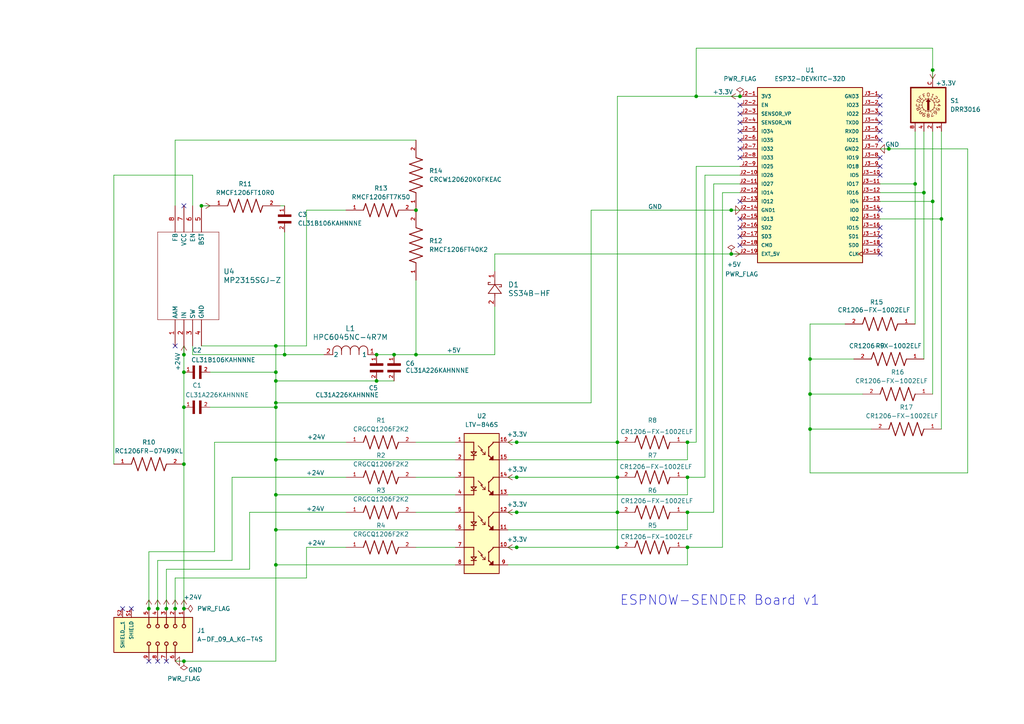
<source format=kicad_sch>
(kicad_sch (version 20250114) (generator "eeschema") (generator_version "9.0")
  (paper "A4")
  (lib_symbols
    (symbol "2025-03-04_06-48-30:MP2315SGJ-Z" (pin_names (offset 0.254))
      (property "Reference" "U" (at 20.32 10.16 0))
      (property "Value" "MP2315SGJ-Z" (at 20.32 7.62 0))
      (symbol "MP2315SGJ-Z_0_1"
        (pin unspecified line (at 0 0 0) (length 7.62) (name "AAM") (number "1"))
        (pin power_in line (at 0 -2.54 0) (length 7.62) (name "IN") (number "2"))
        (pin output line (at 0 -5.08 0) (length 7.62) (name "SW") (number "3"))
        (pin power_in line (at 0 -7.62 0) (length 7.62) (name "GND") (number "4"))
        (pin unspecified line (at 40.64 0 180) (length 7.62) (name "FB") (number "8"))
        (pin power_in line (at 40.64 -2.54 180) (length 7.62) (name "VCC") (number "7"))
        (pin unspecified line (at 40.64 -5.08 180) (length 7.62) (name "EN") (number "6"))
        (pin power_in line (at 40.64 -7.62 180) (length 7.62) (name "BST") (number "5"))
      )
    )
    (symbol "2025-03-06_05-32-12:HPC6045NC-4R7M" (pin_names (offset 0.254))
      (property "Reference" "L" (at 6.985 5.08 0))
      (property "Value" "HPC6045NC-4R7M" (at 6.985 -2.54 0))
      (symbol "HPC6045NC-4R7M_1_1"
        (pin unspecified line (at 0 0 0) (length 2.54) (name "2") (number "2"))
        (pin unspecified line (at 15.24 0 180) (length 2.54) (name "1") (number "1"))
      )
      (symbol "HPC6045NC-4R7M_1_2"
        (pin unspecified line (at 0 15.24 270) (length 2.54) (name "1") (number "1"))
        (pin unspecified line (at 0 0 90) (length 2.54) (name "2") (number "2"))
      )
    )
    (symbol "2025-03-08_07-44-24:SS34B-HF" (pin_names (offset 0.254))
      (property "Reference" "CR" (at 5.08 4.445 0))
      (property "Value" "SS34B-HF" (at 5.08 -3.81 0))
      (symbol "SS34B-HF_0_1"
        (pin unspecified line (at 0 0 0) (length 2.54) (name "") (number "2"))
        (pin unspecified line (at 10.16 0 180) (length 2.54) (name "") (number "1"))
      )
    )
    (symbol "A-DF_09_A_KG-T4S:A-DF_09_A_KG-T4S" (pin_names (offset 1.016))
      (property "Reference" "J" (at -5.08 10.795 0))
      (property "Value" "A-DF_09_A_KG-T4S" (at -5.08 -15.24 0))
      (symbol "A-DF_09_A_KG-T4S_0_0"
        (pin passive line (at -7.62 7.62 0) (length 2.54) (name "~") (number "1"))
        (pin passive line (at -7.62 5.08 0) (length 2.54) (name "~") (number "2"))
        (pin passive line (at -7.62 2.54 0) (length 2.54) (name "~") (number "3"))
        (pin passive line (at -7.62 0 0) (length 2.54) (name "~") (number "4"))
        (pin passive line (at -7.62 -2.54 0) (length 2.54) (name "~") (number "5"))
        (pin passive line (at -7.62 -7.62 0) (length 2.54) (name "SHIELD") (number "S1"))
        (pin passive line (at -7.62 -10.16 0) (length 2.54) (name "SHIELD__1") (number "S2"))
        (pin passive line (at 7.62 5.08 180) (length 2.54) (name "~") (number "6"))
        (pin passive line (at 7.62 2.54 180) (length 2.54) (name "~") (number "7"))
        (pin passive line (at 7.62 0 180) (length 2.54) (name "~") (number "8"))
        (pin passive line (at 7.62 -2.54 180) (length 2.54) (name "~") (number "9"))
      )
    )
    (symbol "CL31A226KAHNNNE:CL31A226KAHNNNE" (pin_names (offset 1.016))
      (property "Reference" "C" (at -2.54 2.54 0))
      (property "Value" "CL31A226KAHNNNE" (at -2.54 -5.08 0))
      (symbol "CL31A226KAHNNNE_0_0"
        (pin passive line (at -2.54 0 0) (length 2.54) (name "~") (number "1"))
        (pin passive line (at 5.08 0 180) (length 2.54) (name "~") (number "2"))
      )
    )
    (symbol "CL31B106KAHNNNE:CL31B106KAHNNNE" (pin_names (offset 1.016))
      (property "Reference" "C" (at 0 3.81 0))
      (property "Value" "CL31B106KAHNNNE" (at 0 -5.08 0))
      (symbol "CL31B106KAHNNNE_0_0"
        (pin passive line (at -2.54 0 0) (length 2.54) (name "~") (number "2"))
        (pin passive line (at 5.08 0 180) (length 2.54) (name "~") (number "1"))
      )
    )
    (symbol "CR1206-FX-1002ELF:CR1206-FX-1002ELF" (pin_names (offset 1.016))
      (property "Reference" "R" (at -7.6244 2.5415 0))
      (property "Value" "CR1206-FX-1002ELF" (at -7.63 -5.0866 0))
      (symbol "CR1206-FX-1002ELF_0_0"
        (pin passive line (at -10.16 0 0) (length 5.08) (name "~") (number "1"))
        (pin passive line (at 10.16 0 180) (length 5.08) (name "~") (number "2"))
      )
    )
    (symbol "CRCW120620K0FKEAC:CRCW120620K0FKEAC" (pin_names (offset 1.016))
      (property "Reference" "R" (at -7.6244 2.5415 0))
      (property "Value" "CRCW120620K0FKEAC" (at -7.63 -5.0866 0))
      (symbol "CRCW120620K0FKEAC_0_0"
        (pin passive line (at -10.16 0 0) (length 5.08) (name "~") (number "1"))
        (pin passive line (at 10.16 0 180) (length 5.08) (name "~") (number "2"))
      )
    )
    (symbol "CRGCQ1206F2K2:CRGCQ1206F2K2" (pin_names (offset 1.016))
      (property "Reference" "R" (at -7.6244 2.5415 0))
      (property "Value" "CRGCQ1206F2K2" (at -7.63 -5.0866 0))
      (symbol "CRGCQ1206F2K2_0_0"
        (pin passive line (at -10.16 0 0) (length 5.08) (name "~") (number "1"))
        (pin passive line (at 10.16 0 180) (length 5.08) (name "~") (number "2"))
      )
    )
    (symbol "DRR3016:DRR3016" (pin_names (offset 1.016))
      (property "Reference" "S" (at -4.4499 -5.0856 90))
      (property "Value" "DRR3016" (at 8.9007 -5.0861 90))
      (symbol "DRR3016_0_0"
        (pin passive line (at -2.54 7.62 270) (length 2.54) (name "~") (number "1"))
        (pin passive line (at 0 7.62 270) (length 2.54) (name "~") (number "2"))
        (pin passive line (at 0 -7.62 90) (length 2.54) (name "~") (number "C"))
        (pin passive line (at 2.54 7.62 270) (length 2.54) (name "~") (number "4"))
        (pin passive line (at 5.08 7.62 270) (length 2.54) (name "~") (number "8"))
      )
    )
    (symbol "ESP32-DEVKITC-32D:ESP32-DEVKITC-32D" (pin_names (offset 1.016))
      (property "Reference" "U" (at -15.2572 26.0643 0))
      (property "Value" "ESP32-DEVKITC-32D" (at -15.2563 -27.9698 0))
      (symbol "ESP32-DEVKITC-32D_0_0"
        (pin power_in line (at -20.32 22.86 0) (length 5.08) (name "3V3") (number "J2-1"))
        (pin input line (at -20.32 20.32 0) (length 5.08) (name "EN") (number "J2-2"))
        (pin input line (at -20.32 17.78 0) (length 5.08) (name "SENSOR_VP") (number "J2-3"))
        (pin input line (at -20.32 15.24 0) (length 5.08) (name "SENSOR_VN") (number "J2-4"))
        (pin bidirectional line (at -20.32 12.7 0) (length 5.08) (name "IO34") (number "J2-5"))
        (pin bidirectional line (at -20.32 10.16 0) (length 5.08) (name "IO35") (number "J2-6"))
        (pin bidirectional line (at -20.32 7.62 0) (length 5.08) (name "IO32") (number "J2-7"))
        (pin bidirectional line (at -20.32 5.08 0) (length 5.08) (name "IO33") (number "J2-8"))
        (pin bidirectional line (at -20.32 2.54 0) (length 5.08) (name "IO25") (number "J2-9"))
        (pin bidirectional line (at -20.32 0 0) (length 5.08) (name "IO26") (number "J2-10"))
        (pin bidirectional line (at -20.32 -2.54 0) (length 5.08) (name "IO27") (number "J2-11"))
        (pin bidirectional line (at -20.32 -5.08 0) (length 5.08) (name "IO14") (number "J2-12"))
        (pin bidirectional line (at -20.32 -7.62 0) (length 5.08) (name "IO12") (number "J2-13"))
        (pin power_in line (at -20.32 -10.16 0) (length 5.08) (name "GND1") (number "J2-14"))
        (pin bidirectional line (at -20.32 -12.7 0) (length 5.08) (name "IO13") (number "J2-15"))
        (pin bidirectional line (at -20.32 -15.24 0) (length 5.08) (name "SD2") (number "J2-16"))
        (pin bidirectional line (at -20.32 -17.78 0) (length 5.08) (name "SD3") (number "J2-17"))
        (pin bidirectional line (at -20.32 -20.32 0) (length 5.08) (name "CMD") (number "J2-18"))
        (pin power_in line (at -20.32 -22.86 0) (length 5.08) (name "EXT_5V") (number "J2-19"))
        (pin power_in line (at 20.32 22.86 180) (length 5.08) (name "GND3") (number "J3-1"))
        (pin bidirectional line (at 20.32 20.32 180) (length 5.08) (name "IO23") (number "J3-2"))
        (pin bidirectional line (at 20.32 17.78 180) (length 5.08) (name "IO22") (number "J3-3"))
        (pin output line (at 20.32 15.24 180) (length 5.08) (name "TXD0") (number "J3-4"))
        (pin input line (at 20.32 12.7 180) (length 5.08) (name "RXD0") (number "J3-5"))
        (pin bidirectional line (at 20.32 10.16 180) (length 5.08) (name "IO21") (number "J3-6"))
        (pin power_in line (at 20.32 7.62 180) (length 5.08) (name "GND2") (number "J3-7"))
        (pin bidirectional line (at 20.32 5.08 180) (length 5.08) (name "IO19") (number "J3-8"))
        (pin bidirectional line (at 20.32 2.54 180) (length 5.08) (name "IO18") (number "J3-9"))
        (pin bidirectional line (at 20.32 0 180) (length 5.08) (name "IO5") (number "J3-10"))
        (pin bidirectional line (at 20.32 -2.54 180) (length 5.08) (name "IO17") (number "J3-11"))
        (pin bidirectional line (at 20.32 -5.08 180) (length 5.08) (name "IO16") (number "J3-12"))
        (pin bidirectional line (at 20.32 -7.62 180) (length 5.08) (name "IO4") (number "J3-13"))
        (pin bidirectional line (at 20.32 -10.16 180) (length 5.08) (name "IO0") (number "J3-14"))
        (pin bidirectional line (at 20.32 -12.7 180) (length 5.08) (name "IO2") (number "J3-15"))
        (pin bidirectional line (at 20.32 -15.24 180) (length 5.08) (name "IO15") (number "J3-16"))
        (pin bidirectional line (at 20.32 -17.78 180) (length 5.08) (name "SD1") (number "J3-17"))
        (pin bidirectional line (at 20.32 -20.32 180) (length 5.08) (name "SD0") (number "J3-18"))
        (pin input clock (at 20.32 -22.86 180) (length 5.08) (name "CLK") (number "J3-19"))
      )
    )
    (symbol "LTV-846S:LTV-846S" (pin_names (offset 1.016))
      (property "Reference" "U" (at -5.08 21.082 0))
      (property "Value" "LTV-846S" (at -5.08 -22.86 0))
      (symbol "LTV-846S_0_0"
        (pin passive line (at -7.62 17.78 0) (length 2.54) (name "~") (number "1"))
        (pin passive line (at -7.62 12.7 0) (length 2.54) (name "~") (number "2"))
        (pin passive line (at -7.62 7.62 0) (length 2.54) (name "~") (number "3"))
        (pin passive line (at -7.62 2.54 0) (length 2.54) (name "~") (number "4"))
        (pin passive line (at -7.62 -2.54 0) (length 2.54) (name "~") (number "5"))
        (pin passive line (at -7.62 -7.62 0) (length 2.54) (name "~") (number "6"))
        (pin passive line (at -7.62 -12.7 0) (length 2.54) (name "~") (number "7"))
        (pin passive line (at -7.62 -17.78 0) (length 2.54) (name "~") (number "8"))
        (pin passive line (at 7.62 17.78 180) (length 2.54) (name "~") (number "16"))
        (pin passive line (at 7.62 12.7 180) (length 2.54) (name "~") (number "15"))
        (pin passive line (at 7.62 7.62 180) (length 2.54) (name "~") (number "14"))
        (pin passive line (at 7.62 2.54 180) (length 2.54) (name "~") (number "13"))
        (pin passive line (at 7.62 -2.54 180) (length 2.54) (name "~") (number "12"))
        (pin passive line (at 7.62 -7.62 180) (length 2.54) (name "~") (number "11"))
        (pin passive line (at 7.62 -12.7 180) (length 2.54) (name "~") (number "10"))
        (pin passive line (at 7.62 -17.78 180) (length 2.54) (name "~") (number "9"))
      )
    )
    (symbol "RC1206FR-07499KL:RC1206FR-07499KL" (pin_names (offset 1.016))
      (property "Reference" "R" (at -7.6244 2.5415 0))
      (property "Value" "RC1206FR-07499KL" (at -7.63 -5.0866 0))
      (symbol "RC1206FR-07499KL_0_0"
        (pin passive line (at -10.16 0 0) (length 5.08) (name "~") (number "1"))
        (pin passive line (at 10.16 0 180) (length 5.08) (name "~") (number "2"))
      )
    )
    (symbol "RMCF1206FT10R0:RMCF1206FT10R0" (pin_names (offset 1.016))
      (property "Reference" "R" (at -7.6244 2.5415 0))
      (property "Value" "RMCF1206FT10R0" (at -7.63 -5.0866 0))
      (symbol "RMCF1206FT10R0_0_0"
        (pin passive line (at -10.16 0 0) (length 5.08) (name "~") (number "1"))
        (pin passive line (at 10.16 0 180) (length 5.08) (name "~") (number "2"))
      )
    )
    (symbol "RMCF1206FT40K2:RMCF1206FT40K2" (pin_names (offset 1.016))
      (property "Reference" "R" (at -7.6244 2.5415 0))
      (property "Value" "RMCF1206FT40K2" (at -7.63 -5.0866 0))
      (symbol "RMCF1206FT40K2_0_0"
        (pin passive line (at -10.16 0 0) (length 5.08) (name "~") (number "1"))
        (pin passive line (at 10.16 0 180) (length 5.08) (name "~") (number "2"))
      )
    )
    (symbol "RMCF1206FT7K50:RMCF1206FT7K50" (pin_names (offset 1.016))
      (property "Reference" "R" (at -7.6244 2.5415 0))
      (property "Value" "RMCF1206FT7K50" (at -7.63 -5.0866 0))
      (symbol "RMCF1206FT7K50_0_0"
        (pin passive line (at -10.16 0 0) (length 5.08) (name "~") (number "1"))
        (pin passive line (at 10.16 0 180) (length 5.08) (name "~") (number "2"))
      )
    )
    (symbol "power:+24V" (power) (pin_numbers (hide yes)) (pin_names (offset 0) (hide yes))
      (property "Value" "+24V" (at 0 3.556 0))
      (symbol "+24V_1_1"
        (pin power_in line (at 0 0 90) (length 0) (name "~") (number "1"))
      )
    )
    (symbol "power:+3.3V" (power) (pin_numbers (hide yes)) (pin_names (offset 0) (hide yes))
      (property "Value" "+3.3V" (at 0 3.556 0))
      (symbol "+3.3V_1_1"
        (pin power_in line (at 0 0 90) (length 0) (name "~") (number "1"))
      )
    )
    (symbol "power:+5V" (power) (pin_numbers (hide yes)) (pin_names (offset 0) (hide yes))
      (property "Value" "+5V" (at 0 3.556 0))
      (symbol "+5V_1_1"
        (pin power_in line (at 0 0 90) (length 0) (name "~") (number "1"))
      )
    )
    (symbol "power:GND" (power) (pin_numbers (hide yes)) (pin_names (offset 0) (hide yes))
      (property "Value" "GND" (at 0 -3.81 0))
      (symbol "GND_1_1"
        (pin power_in line (at 0 0 270) (length 0) (name "~") (number "1"))
      )
    )
    (symbol "power:PWR_FLAG" (power) (pin_numbers (hide yes)) (pin_names (offset 0) (hide yes))
      (property "Value" "PWR_FLAG" (at 0 3.81 0))
      (symbol "PWR_FLAG_0_0"
        (pin power_out line (at 0 0 90) (length 0) (name "~") (number "1"))
      )
    )
  )
  (text "ESPNOW-SENDER Board v1" (at 208.788 174.244 0) (effects (font (size 2.794 2.794))))
  (junction (at 265.43 53.34))
  (junction (at 82.55 102.87))
  (junction (at 80.01 153.67))
  (junction (at 53.34 134.62))
  (junction (at 120.65 60.96))
  (junction (at 179.07 158.75))
  (junction (at 50.8 176.53))
  (junction (at 43.18 176.53))
  (junction (at 234.95 124.46))
  (junction (at 149.86 158.75))
  (junction (at 267.97 55.88))
  (junction (at 149.86 148.59))
  (junction (at 179.07 138.43))
  (junction (at 212.09 60.96))
  (junction (at 53.34 118.11))
  (junction (at 179.07 128.27))
  (junction (at 80.01 118.11))
  (junction (at 45.72 176.53))
  (junction (at 199.39 128.27))
  (junction (at 53.34 191.77))
  (junction (at 201.93 27.94))
  (junction (at 80.01 100.33))
  (junction (at 48.26 176.53))
  (junction (at 80.01 107.95))
  (junction (at 80.01 116.84))
  (junction (at 80.01 133.35))
  (junction (at 114.3 102.87))
  (junction (at 53.34 102.87))
  (junction (at 257.81 43.18))
  (junction (at 149.86 138.43))
  (junction (at 53.34 176.53))
  (junction (at 212.09 73.66))
  (junction (at 80.01 110.49))
  (junction (at 273.05 63.5))
  (junction (at 199.39 158.75))
  (junction (at 53.34 107.95))
  (junction (at 270.51 20.32))
  (junction (at 58.42 59.69))
  (junction (at 149.86 128.27))
  (junction (at 120.65 102.87))
  (junction (at 80.01 143.51))
  (junction (at 109.22 110.49))
  (junction (at 80.01 163.83))
  (junction (at 179.07 148.59))
  (junction (at 109.22 102.87))
  (junction (at 199.39 138.43))
  (junction (at 234.95 104.14))
  (junction (at 270.51 58.42))
  (junction (at 199.39 148.59))
  (junction (at 234.95 114.3))
  (junction (at 214.63 27.94))
  (no_connect (at 255.27 71.12))
  (no_connect (at 255.27 48.26))
  (no_connect (at 214.63 30.48))
  (no_connect (at 214.63 68.58))
  (no_connect (at 255.27 38.1))
  (no_connect (at 214.63 71.12))
  (no_connect (at 53.34 59.69))
  (no_connect (at 214.63 35.56))
  (no_connect (at 43.18 191.77))
  (no_connect (at 255.27 68.58))
  (no_connect (at 255.27 60.96))
  (no_connect (at 255.27 45.72))
  (no_connect (at 255.27 35.56))
  (no_connect (at 48.26 191.77))
  (no_connect (at 255.27 66.04))
  (no_connect (at 214.63 58.42))
  (no_connect (at 255.27 73.66))
  (no_connect (at 255.27 30.48))
  (no_connect (at 214.63 40.64))
  (no_connect (at 255.27 50.8))
  (no_connect (at 50.8 100.33))
  (no_connect (at 214.63 38.1))
  (no_connect (at 35.56 176.53))
  (no_connect (at 214.63 63.5))
  (no_connect (at 214.63 45.72))
  (no_connect (at 255.27 40.64))
  (no_connect (at 214.63 33.02))
  (no_connect (at 38.1 176.53))
  (no_connect (at 45.72 191.77))
  (no_connect (at 255.27 27.94))
  (no_connect (at 214.63 43.18))
  (no_connect (at 214.63 66.04))
  (no_connect (at 255.27 33.02))
  (wire (pts (xy 53.34 107.95) (xy 53.34 118.11)))
  (wire (pts (xy 234.95 124.46) (xy 234.95 137.16)))
  (wire (pts (xy 149.86 138.43) (xy 179.07 138.43)))
  (wire (pts (xy 179.07 138.43) (xy 179.07 148.59)))
  (wire (pts (xy 199.39 148.59) (xy 207.01 148.59)))
  (wire (pts (xy 270.51 13.97) (xy 270.51 20.32)))
  (wire (pts (xy 80.01 118.11) (xy 80.01 116.84)))
  (wire (pts (xy 250.19 114.3) (xy 234.95 114.3)))
  (wire (pts (xy 265.43 53.34) (xy 265.43 38.1)))
  (wire (pts (xy 199.39 143.51) (xy 199.39 138.43)))
  (wire (pts (xy 147.32 158.75) (xy 149.86 158.75)))
  (wire (pts (xy 201.93 48.26) (xy 201.93 128.27)))
  (wire (pts (xy 270.51 20.32) (xy 270.51 22.86)))
  (wire (pts (xy 82.55 102.87) (xy 93.98 102.87)))
  (wire (pts (xy 80.01 100.33) (xy 58.42 100.33)))
  (wire (pts (xy 53.34 102.87) (xy 53.34 100.33)))
  (wire (pts (xy 33.02 50.8) (xy 55.88 50.8)))
  (wire (pts (xy 234.95 114.3) (xy 234.95 124.46)))
  (wire (pts (xy 53.34 191.77) (xy 80.01 191.77)))
  (wire (pts (xy 80.01 118.11) (xy 80.01 133.35)))
  (wire (pts (xy 199.39 153.67) (xy 199.39 148.59)))
  (wire (pts (xy 212.09 60.96) (xy 214.63 60.96)))
  (wire (pts (xy 265.43 93.98) (xy 265.43 53.34)))
  (wire (pts (xy 80.01 143.51) (xy 80.01 153.67)))
  (wire (pts (xy 55.88 50.8) (xy 55.88 59.69)))
  (wire (pts (xy 209.55 158.75) (xy 199.39 158.75)))
  (wire (pts (xy 132.08 153.67) (xy 80.01 153.67)))
  (wire (pts (xy 114.3 102.87) (xy 120.65 102.87)))
  (wire (pts (xy 245.11 93.98) (xy 234.95 93.98)))
  (wire (pts (xy 147.32 133.35) (xy 199.39 133.35)))
  (wire (pts (xy 82.55 67.31) (xy 82.55 102.87)))
  (wire (pts (xy 255.27 55.88) (xy 267.97 55.88)))
  (wire (pts (xy 60.96 59.69) (xy 58.42 59.69)))
  (wire (pts (xy 209.55 55.88) (xy 209.55 158.75)))
  (wire (pts (xy 132.08 143.51) (xy 80.01 143.51)))
  (wire (pts (xy 270.51 58.42) (xy 270.51 38.1)))
  (wire (pts (xy 88.9 60.96) (xy 88.9 100.33)))
  (wire (pts (xy 114.3 110.49) (xy 109.22 110.49)))
  (wire (pts (xy 80.01 118.11) (xy 60.96 118.11)))
  (wire (pts (xy 234.95 124.46) (xy 252.73 124.46)))
  (wire (pts (xy 80.01 163.83) (xy 80.01 191.77)))
  (wire (pts (xy 80.01 133.35) (xy 80.01 143.51)))
  (wire (pts (xy 149.86 158.75) (xy 179.07 158.75)))
  (wire (pts (xy 132.08 163.83) (xy 80.01 163.83)))
  (wire (pts (xy 80.01 116.84) (xy 171.45 116.84)))
  (wire (pts (xy 55.88 100.33) (xy 55.88 102.87)))
  (wire (pts (xy 147.32 138.43) (xy 149.86 138.43)))
  (wire (pts (xy 257.81 43.18) (xy 255.27 43.18)))
  (wire (pts (xy 53.34 134.62) (xy 53.34 176.53)))
  (wire (pts (xy 255.27 58.42) (xy 270.51 58.42)))
  (wire (pts (xy 280.67 137.16) (xy 280.67 43.18)))
  (wire (pts (xy 120.65 102.87) (xy 143.51 102.87)))
  (wire (pts (xy 171.45 60.96) (xy 212.09 60.96)))
  (wire (pts (xy 147.32 128.27) (xy 149.86 128.27)))
  (wire (pts (xy 80.01 110.49) (xy 80.01 107.95)))
  (wire (pts (xy 212.09 73.66) (xy 214.63 73.66)))
  (wire (pts (xy 207.01 148.59) (xy 207.01 53.34)))
  (wire (pts (xy 50.8 40.64) (xy 120.65 40.64)))
  (wire (pts (xy 179.07 128.27) (xy 179.07 138.43)))
  (wire (pts (xy 147.32 163.83) (xy 199.39 163.83)))
  (wire (pts (xy 273.05 63.5) (xy 273.05 38.1)))
  (wire (pts (xy 120.65 148.59) (xy 132.08 148.59)))
  (wire (pts (xy 80.01 153.67) (xy 80.01 163.83)))
  (wire (pts (xy 67.31 138.43) (xy 100.33 138.43)))
  (wire (pts (xy 255.27 63.5) (xy 273.05 63.5)))
  (wire (pts (xy 55.88 102.87) (xy 82.55 102.87)))
  (wire (pts (xy 80.01 116.84) (xy 80.01 110.49)))
  (wire (pts (xy 270.51 114.3) (xy 270.51 58.42)))
  (wire (pts (xy 120.65 81.28) (xy 120.65 102.87)))
  (wire (pts (xy 62.23 128.27) (xy 100.33 128.27)))
  (wire (pts (xy 201.93 13.97) (xy 270.51 13.97)))
  (wire (pts (xy 257.81 43.18) (xy 280.67 43.18)))
  (wire (pts (xy 179.07 27.94) (xy 201.93 27.94)))
  (wire (pts (xy 179.07 27.94) (xy 179.07 128.27)))
  (wire (pts (xy 45.72 162.56) (xy 67.31 162.56)))
  (wire (pts (xy 204.47 50.8) (xy 214.63 50.8)))
  (wire (pts (xy 204.47 50.8) (xy 204.47 138.43)))
  (wire (pts (xy 207.01 53.34) (xy 214.63 53.34)))
  (wire (pts (xy 201.93 27.94) (xy 214.63 27.94)))
  (wire (pts (xy 72.39 165.1) (xy 72.39 148.59)))
  (wire (pts (xy 267.97 55.88) (xy 267.97 104.14)))
  (wire (pts (xy 88.9 100.33) (xy 80.01 100.33)))
  (wire (pts (xy 50.8 167.64) (xy 88.9 167.64)))
  (wire (pts (xy 209.55 55.88) (xy 214.63 55.88)))
  (wire (pts (xy 234.95 137.16) (xy 280.67 137.16)))
  (wire (pts (xy 100.33 60.96) (xy 88.9 60.96)))
  (wire (pts (xy 67.31 162.56) (xy 67.31 138.43)))
  (wire (pts (xy 120.65 138.43) (xy 132.08 138.43)))
  (wire (pts (xy 53.34 102.87) (xy 53.34 107.95)))
  (wire (pts (xy 201.93 13.97) (xy 201.93 27.94)))
  (wire (pts (xy 149.86 148.59) (xy 179.07 148.59)))
  (wire (pts (xy 199.39 133.35) (xy 199.39 128.27)))
  (wire (pts (xy 199.39 163.83) (xy 199.39 158.75)))
  (wire (pts (xy 132.08 133.35) (xy 80.01 133.35)))
  (wire (pts (xy 147.32 153.67) (xy 199.39 153.67)))
  (wire (pts (xy 50.8 191.77) (xy 53.34 191.77)))
  (wire (pts (xy 201.93 128.27) (xy 199.39 128.27)))
  (wire (pts (xy 48.26 176.53) (xy 48.26 165.1)))
  (wire (pts (xy 48.26 165.1) (xy 72.39 165.1)))
  (wire (pts (xy 120.65 128.27) (xy 132.08 128.27)))
  (wire (pts (xy 62.23 160.02) (xy 62.23 128.27)))
  (wire (pts (xy 82.55 59.69) (xy 81.28 59.69)))
  (wire (pts (xy 80.01 107.95) (xy 80.01 100.33)))
  (wire (pts (xy 143.51 73.66) (xy 212.09 73.66)))
  (wire (pts (xy 199.39 138.43) (xy 204.47 138.43)))
  (wire (pts (xy 179.07 148.59) (xy 179.07 158.75)))
  (wire (pts (xy 60.96 107.95) (xy 80.01 107.95)))
  (wire (pts (xy 147.32 143.51) (xy 199.39 143.51)))
  (wire (pts (xy 234.95 93.98) (xy 234.95 104.14)))
  (wire (pts (xy 109.22 110.49) (xy 80.01 110.49)))
  (wire (pts (xy 43.18 176.53) (xy 43.18 160.02)))
  (wire (pts (xy 234.95 104.14) (xy 234.95 114.3)))
  (wire (pts (xy 143.51 73.66) (xy 143.51 78.74)))
  (wire (pts (xy 267.97 55.88) (xy 267.97 38.1)))
  (wire (pts (xy 171.45 60.96) (xy 171.45 116.84)))
  (wire (pts (xy 88.9 158.75) (xy 100.33 158.75)))
  (wire (pts (xy 109.22 102.87) (xy 114.3 102.87)))
  (wire (pts (xy 72.39 148.59) (xy 100.33 148.59)))
  (wire (pts (xy 120.65 158.75) (xy 132.08 158.75)))
  (wire (pts (xy 255.27 53.34) (xy 265.43 53.34)))
  (wire (pts (xy 53.34 118.11) (xy 53.34 134.62)))
  (wire (pts (xy 45.72 176.53) (xy 45.72 162.56)))
  (wire (pts (xy 149.86 128.27) (xy 179.07 128.27)))
  (wire (pts (xy 247.65 104.14) (xy 234.95 104.14)))
  (wire (pts (xy 201.93 48.26) (xy 214.63 48.26)))
  (wire (pts (xy 33.02 134.62) (xy 33.02 50.8)))
  (wire (pts (xy 147.32 148.59) (xy 149.86 148.59)))
  (wire (pts (xy 143.51 102.87) (xy 143.51 88.9)))
  (wire (pts (xy 88.9 167.64) (xy 88.9 158.75)))
  (wire (pts (xy 50.8 59.69) (xy 50.8 40.64)))
  (wire (pts (xy 273.05 124.46) (xy 273.05 63.5)))
  (wire (pts (xy 50.8 176.53) (xy 50.8 167.64)))
  (wire (pts (xy 43.18 160.02) (xy 62.23 160.02)))
  (symbol (lib_id "CRGCQ1206F2K2:CRGCQ1206F2K2") (at 110.49 148.59 0) (unit 1)
    (property "Reference" "R3" (at 110.49 142.24 0))
    (property "Value" "CRGCQ1206F2K2" (at 110.49 144.78 0))
    (property "Footprint" "CRGCQ1206F2K2:RESC3115X65N" (effects (hide yes)))
  )
  (symbol (lib_id "ESP32-DEVKITC-32D:ESP32-DEVKITC-32D") (at 234.95 50.8 0) (unit 1)
    (property "Reference" "U1" (at 234.95 20.32 0))
    (property "Value" "ESP32-DEVKITC-32D" (at 234.95 22.86 0))
    (property "Footprint" "ESP32-DEVKITC-32D:MODULE_ESP32-DEVKITC-32D" (effects (hide yes)))
    (property "MF" "Espressif Systems" (effects (hide yes)))
    (property "MAXIMUM_PACKAGE_HEIGHT" "N/A" (effects (hide yes)))
    (property "Package" "None" (effects (hide yes)))
    (property "Price" "None" (effects (hide yes)))
    (property "Check_prices" "https://www.snapeda.com/parts/ESP32-DEVKITC-32D/Espressif+Systems/view-part/?ref=eda" (effects (hide yes)))
    (property "STANDARD" "Manufacturer Recommendations" (effects (hide yes)))
    (property "PARTREV" "V4" (effects (hide yes)))
    (property "SnapEDA_Link" "https://www.snapeda.com/parts/ESP32-DEVKITC-32D/Espressif+Systems/view-part/?ref=snap" (effects (hide yes)))
    (property "MP" "ESP32-DEVKITC-32D" (effects (hide yes)))
    (property "Description_1" "WiFi Development Tools (802.11) ESP32 General Development Kit, ESP32-WROOM-32D on the board" (effects (hide yes)))
    (property "MANUFACTURER" "Espressif Systems" (effects (hide yes)))
    (property "Availability" "In Stock" (effects (hide yes)))
    (property "SNAPEDA_PN" "ESP32-DEVKITC-32D" (effects (hide yes)))
  )
  (symbol (lib_id "RMCF1206FT10R0:RMCF1206FT10R0") (at 71.12 59.69 0) (unit 1)
    (property "Reference" "R11" (at 71.12 53.34 0))
    (property "Value" "RMCF1206FT10R0" (at 71.12 55.88 0))
    (property "Footprint" "RMCF1206FT10R0:RESC3216X70N" (effects (hide yes)))
  )
  (symbol (lib_id "power:PWR_FLAG") (at 53.34 176.53 270) (unit 1)
    (property "Reference" "#FLG02" (effects (hide yes)))
    (property "Value" "PWR_FLAG" (at 57.15 176.5299 90) (effects (justify left)))
    (property "Description" "Special symbol for telling ERC where power comes from" (effects (hide yes)))
  )
  (symbol (lib_id "2025-03-04_06-48-30:MP2315SGJ-Z") (at 50.8 100.33 90) (unit 1)
    (property "Reference" "U4" (at 64.77 78.7399 90) (effects (font (size 1.524 1.524)) (justify right)))
    (property "Value" "MP2315SGJ-Z" (at 64.77 81.2799 90) (effects (font (size 1.524 1.524)) (justify right)))
    (property "Footprint" "MP2315SGJ_Z:TSOT23-8_MP2315S_MNP" (effects (hide yes)))
    (property "Datasheet" "MP2315SGJ-Z" (effects (hide yes)))
  )
  (symbol (lib_id "power:+24V") (at 48.26 176.53 0) (unit 1)
    (property "Reference" "#PWR07" (effects (hide yes)))
    (property "Value" "+24V" (at 91.44 147.574 0))
    (property "Description" "Power symbol creates a global label with name \"+24V\"" (effects (hide yes)))
  )
  (symbol (lib_id "power:PWR_FLAG") (at 212.09 73.66 0) (unit 1)
    (property "Reference" "#FLG03" (effects (hide yes)))
    (property "Value" "PWR_FLAG" (at 215.138 79.502 0))
    (property "Description" "Special symbol for telling ERC where power comes from" (effects (hide yes)))
  )
  (symbol (lib_id "power:+3.3V") (at 149.86 148.59 90) (unit 1)
    (property "Reference" "#PWR016" (effects (hide yes)))
    (property "Value" "+3.3V" (at 152.908 146.304 90) (effects (justify left)))
    (property "Description" "Power symbol creates a global label with name \"+3.3V\"" (effects (hide yes)))
  )
  (symbol (lib_id "power:+3.3V") (at 149.86 158.75 90) (unit 1)
    (property "Reference" "#PWR017" (effects (hide yes)))
    (property "Value" "+3.3V" (at 152.908 156.464 90) (effects (justify left)))
    (property "Description" "Power symbol creates a global label with name \"+3.3V\"" (effects (hide yes)))
  )
  (symbol (lib_id "CR1206-FX-1002ELF:CR1206-FX-1002ELF") (at 189.23 138.43 180) (unit 1)
    (property "Reference" "R7" (at 189.23 132.08 0))
    (property "Value" "CR1206-FX-1002ELF" (at 190.246 135.382 0))
    (property "Footprint" "CR1206_FX_1002ELF:RESC3216X75N" (effects (hide yes)))
  )
  (symbol (lib_id "CR1206-FX-1002ELF:CR1206-FX-1002ELF") (at 255.27 93.98 180) (unit 1)
    (property "Reference" "R9" (at 255.27 100.33 0))
    (property "Value" "CR1206-FX-1002ELF" (at 253.492 89.916 0))
    (property "Footprint" "CR1206_FX_1002ELF:RESC3216X75N" (effects (hide yes)))
  )
  (symbol (lib_id "power:+3.3V") (at 270.51 20.32 180) (unit 1)
    (property "Reference" "#PWR013" (effects (hide yes)))
    (property "Value" "+3.3V" (at 274.32 24.13 0))
    (property "Description" "Power symbol creates a global label with name \"+3.3V\"" (effects (hide yes)))
  )
  (symbol (lib_id "power:+5V") (at 58.42 59.69 270) (unit 1)
    (property "Reference" "#PWR012" (effects (hide yes)))
    (property "Value" "+5V" (at 129.54 101.6 90) (effects (justify left)))
    (property "Description" "Power symbol creates a global label with name \"+5V\"" (effects (hide yes)))
  )
  (symbol (lib_id "power:+24V") (at 53.34 102.87 0) (unit 1)
    (property "Reference" "#PWR010" (effects (hide yes)))
    (property "Value" "+24V" (at 51.562 104.902 90))
    (property "Description" "Power symbol creates a global label with name \"+24V\"" (effects (hide yes)))
  )
  (symbol (lib_id "A-DF_09_A_KG-T4S:A-DF_09_A_KG-T4S") (at 45.72 184.15 270) (unit 1)
    (property "Reference" "J1" (at 57.15 182.8799 90) (effects (justify left)))
    (property "Value" "A-DF_09_A_KG-T4S" (at 57.15 185.4199 90) (effects (justify left)))
    (property "Footprint" "A_DF_09_A_KG_T4S:ASSMANN_A-DF_09_A_KG-T4S" (effects (hide yes)))
    (property "PARTREV" "05" (effects (hide yes)))
    (property "MANUFACTURER" "Assmann WSW Components" (effects (hide yes)))
    (property "MAXIMUM_PACKAGE_HEIGHT" "12.8mm" (effects (hide yes)))
    (property "STANDARD" "Manufacturer Recommendations" (effects (hide yes)))
  )
  (symbol (lib_id "CR1206-FX-1002ELF:CR1206-FX-1002ELF") (at 262.89 124.46 180) (unit 1)
    (property "Reference" "R17" (at 262.89 118.11 0))
    (property "Value" "CR1206-FX-1002ELF" (at 261.62 120.65 0))
    (property "Footprint" "CR1206_FX_1002ELF:RESC3216X75N" (effects (hide yes)))
  )
  (symbol (lib_id "CL31A226KAHNNNE:CL31A226KAHNNNE") (at 114.3 105.41 270) (unit 1)
    (property "Reference" "C6" (at 117.602 105.41 90) (effects (justify left)))
    (property "Value" "CL31A226KAHNNNE" (at 117.602 107.442 90) (effects (justify left)))
    (property "Footprint" "CL31A226KAHNNNE:CAPC3216X180N" (effects (hide yes)))
  )
  (symbol (lib_id "CR1206-FX-1002ELF:CR1206-FX-1002ELF") (at 189.23 128.27 180) (unit 1)
    (property "Reference" "R8" (at 189.23 121.92 0))
    (property "Value" "CR1206-FX-1002ELF" (at 190.5 125.222 0))
    (property "Footprint" "CR1206_FX_1002ELF:RESC3216X75N" (effects (hide yes)))
  )
  (symbol (lib_id "power:+3.3V") (at 214.63 27.94 90) (unit 1)
    (property "Reference" "#PWR03" (effects (hide yes)))
    (property "Value" "+3.3V" (at 212.598 26.67 90) (effects (justify left)))
    (property "Description" "Power symbol creates a global label with name \"+3.3V\"" (effects (hide yes)))
  )
  (symbol (lib_id "CRGCQ1206F2K2:CRGCQ1206F2K2") (at 110.49 158.75 0) (unit 1)
    (property "Reference" "R4" (at 110.49 152.4 0))
    (property "Value" "CRGCQ1206F2K2" (at 110.49 154.94 0))
    (property "Footprint" "CRGCQ1206F2K2:RESC3115X65N" (effects (hide yes)))
  )
  (symbol (lib_id "power:+3.3V") (at 149.86 128.27 90) (unit 1)
    (property "Reference" "#PWR014" (effects (hide yes)))
    (property "Value" "+3.3V" (at 152.908 125.984 90) (effects (justify left)))
    (property "Description" "Power symbol creates a global label with name \"+3.3V\"" (effects (hide yes)))
  )
  (symbol (lib_id "power:+24V") (at 50.8 176.53 0) (unit 1)
    (property "Reference" "#PWR06" (effects (hide yes)))
    (property "Value" "+24V" (at 91.694 157.48 0))
    (property "Description" "Power symbol creates a global label with name \"+24V\"" (effects (hide yes)))
  )
  (symbol (lib_id "CR1206-FX-1002ELF:CR1206-FX-1002ELF") (at 189.23 148.59 180) (unit 1)
    (property "Reference" "R6" (at 189.23 142.24 0))
    (property "Value" "CR1206-FX-1002ELF" (at 190.5 145.288 0))
    (property "Footprint" "CR1206_FX_1002ELF:RESC3216X75N" (effects (hide yes)))
  )
  (symbol (lib_id "power:PWR_FLAG") (at 214.63 27.94 0) (unit 1)
    (property "Reference" "#FLG04" (effects (hide yes)))
    (property "Value" "PWR_FLAG" (at 214.63 22.86 0))
    (property "Description" "Special symbol for telling ERC where power comes from" (effects (hide yes)))
  )
  (symbol (lib_id "power:PWR_FLAG") (at 53.34 191.77 180) (unit 1)
    (property "Reference" "#FLG01" (effects (hide yes)))
    (property "Value" "PWR_FLAG" (at 53.34 196.85 0))
    (property "Description" "Special symbol for telling ERC where power comes from" (effects (hide yes)))
  )
  (symbol (lib_id "2025-03-08_07-44-24:SS34B-HF") (at 143.51 88.9 90) (unit 1)
    (property "Reference" "D1" (at 147.32 82.5499 90) (effects (font (size 1.524 1.524)) (justify right)))
    (property "Value" "SS34B-HF" (at 147.32 85.0899 90) (effects (font (size 1.524 1.524)) (justify right)))
    (property "Footprint" "SS34B_HF:DO214AASMB_CIP" (effects (hide yes)))
    (property "Datasheet" "SS34B-HF" (effects (hide yes)))
  )
  (symbol (lib_id "power:+24V") (at 43.18 176.53 0) (unit 1)
    (property "Reference" "#PWR09" (effects (hide yes)))
    (property "Value" "+24V" (at 91.694 126.746 0))
    (property "Description" "Power symbol creates a global label with name \"+24V\"" (effects (hide yes)))
  )
  (symbol (lib_id "DRR3016:DRR3016") (at 270.51 30.48 180) (unit 1)
    (property "Reference" "S1" (at 275.59 29.2099 0) (effects (justify right)))
    (property "Value" "DRR3016" (at 275.59 31.7499 0) (effects (justify right)))
    (property "Footprint" "DRR3016:DRR3010" (effects (hide yes)))
    (property "MF" "Knitter Switch" (effects (hide yes)))
    (property "Description_1" "Dip Switch Hexadecimal 16 Position Through Hole, Right Angle Rotary for Tool Actuator 30mA 15VDC" (effects (hide yes)))
    (property "Package" "None" (effects (hide yes)))
    (property "MPN" "DRR3016" (effects (hide yes)))
    (property "Price" "None" (effects (hide yes)))
    (property "OC_FARNELL" "9810439" (effects (hide yes)))
    (property "SnapEDA_Link" "https://www.snapeda.com/parts/DRR3016/Knitter+Switch/view-part/?ref=snap" (effects (hide yes)))
    (property "MP" "DRR3016" (effects (hide yes)))
    (property "OC_NEWARK" "96K8699" (effects (hide yes)))
    (property "Availability" "In Stock" (effects (hide yes)))
    (property "Check_prices" "https://www.snapeda.com/parts/DRR3016/Knitter+Switch/view-part/?ref=eda" (effects (hide yes)))
  )
  (symbol (lib_id "power:+24V") (at 45.72 176.53 0) (unit 1)
    (property "Reference" "#PWR08" (effects (hide yes)))
    (property "Value" "+24V" (at 91.44 137.16 0))
    (property "Description" "Power symbol creates a global label with name \"+24V\"" (effects (hide yes)))
  )
  (symbol (lib_id "2025-03-06_05-32-12:HPC6045NC-4R7M") (at 93.98 102.87 0) (unit 1)
    (property "Reference" "L1" (at 101.6 95.25 0) (effects (font (size 1.524 1.524))))
    (property "Value" "HPC6045NC-4R7M" (at 101.6 97.79 0) (effects (font (size 1.524 1.524))))
    (property "Footprint" "ul_HPC6045NC-4R7M:IND_HPC6045NC_TTA" (effects (hide yes)))
    (property "Datasheet" "HPC6045NC-4R7M" (effects (hide yes)))
  )
  (symbol (lib_id "CR1206-FX-1002ELF:CR1206-FX-1002ELF") (at 260.35 114.3 180) (unit 1)
    (property "Reference" "R16" (at 260.35 107.95 0))
    (property "Value" "CR1206-FX-1002ELF" (at 258.572 110.49 0))
    (property "Footprint" "CR1206_FX_1002ELF:RESC3216X75N" (effects (hide yes)))
  )
  (symbol (lib_id "power:+5V") (at 212.09 73.66 270) (unit 1)
    (property "Reference" "#PWR011" (effects (hide yes)))
    (property "Value" "+5V" (at 210.82 76.708 90) (effects (justify left)))
    (property "Description" "Power symbol creates a global label with name \"+5V\"" (effects (hide yes)))
  )
  (symbol (lib_id "CL31A226KAHNNNE:CL31A226KAHNNNE") (at 109.22 105.41 270) (unit 1)
    (property "Reference" "C5" (at 106.934 112.522 90) (effects (justify left)))
    (property "Value" "CL31A226KAHNNNE" (at 91.44 114.554 90) (effects (justify left)))
    (property "Footprint" "CL31A226KAHNNNE:CAPC3216X180N" (effects (hide yes)))
  )
  (symbol (lib_id "RC1206FR-07499KL:RC1206FR-07499KL") (at 43.18 134.62 0) (unit 1)
    (property "Reference" "R10" (at 43.18 128.27 0))
    (property "Value" "RC1206FR-07499KL" (at 43.18 130.81 0))
    (property "Footprint" "RC1206FR_07499KL:RESC3116X65N" (effects (hide yes)))
  )
  (symbol (lib_id "LTV-846S:LTV-846S") (at 139.7 146.05 0) (unit 1)
    (property "Reference" "U2" (at 139.7 120.65 0))
    (property "Value" "LTV-846S" (at 139.7 123.19 0))
    (property "Footprint" "LTV_846S:SOIC254P1016X460-16N" (effects (hide yes)))
    (property "PARTREV" "H" (effects (hide yes)))
    (property "MANUFACTURER" "Lite-on" (effects (hide yes)))
    (property "MAXIMUM_PACKAGE_HEIGHT" "4.6mm" (effects (hide yes)))
    (property "STANDARD" "IPC-7351B" (effects (hide yes)))
  )
  (symbol (lib_id "CL31A226KAHNNNE:CL31A226KAHNNNE") (at 55.88 118.11 0) (unit 1)
    (property "Reference" "C1" (at 57.15 111.76 0))
    (property "Value" "CL31A226KAHNNNE" (at 62.992 114.554 0))
    (property "Footprint" "CL31A226KAHNNNE:CAPC3216X180N" (effects (hide yes)))
  )
  (symbol (lib_id "power:GND") (at 257.81 43.18 270) (unit 1)
    (property "Reference" "#PWR05" (effects (hide yes)))
    (property "Value" "GND" (at 260.858 41.91 90) (effects (justify right)))
    (property "Description" "Power symbol creates a global label with name \"GND\" , ground" (effects (hide yes)))
  )
  (symbol (lib_id "CRGCQ1206F2K2:CRGCQ1206F2K2") (at 110.49 138.43 0) (unit 1)
    (property "Reference" "R2" (at 110.49 132.08 0))
    (property "Value" "CRGCQ1206F2K2" (at 110.49 134.62 0))
    (property "Footprint" "CRGCQ1206F2K2:RESC3115X65N" (effects (hide yes)))
  )
  (symbol (lib_id "CL31B106KAHNNNE:CL31B106KAHNNNE") (at 58.42 107.95 180) (unit 1)
    (property "Reference" "C2" (at 57.15 101.6 0))
    (property "Value" "CL31B106KAHNNNE" (at 64.77 104.394 0))
    (property "Footprint" "CL31B106KAHNNNE:CAPC3216X180N" (effects (hide yes)))
  )
  (symbol (lib_id "RMCF1206FT7K50:RMCF1206FT7K50") (at 110.49 60.96 0) (unit 1)
    (property "Reference" "R13" (at 110.49 54.61 0))
    (property "Value" "RMCF1206FT7K50" (at 110.49 57.15 0))
    (property "Footprint" "RMCF1206FT7K50:RESC3216X70N" (effects (hide yes)))
  )
  (symbol (lib_id "CR1206-FX-1002ELF:CR1206-FX-1002ELF") (at 257.81 104.14 180) (unit 1)
    (property "Reference" "R15" (at 254.254 87.63 0))
    (property "Value" "CR1206-FX-1002ELF" (at 256.794 100.33 0))
    (property "Footprint" "CR1206_FX_1002ELF:RESC3216X75N" (effects (hide yes)))
  )
  (symbol (lib_id "CR1206-FX-1002ELF:CR1206-FX-1002ELF") (at 189.23 158.75 180) (unit 1)
    (property "Reference" "R5" (at 189.23 152.4 0))
    (property "Value" "CR1206-FX-1002ELF" (at 190.5 155.702 0))
    (property "Footprint" "CR1206_FX_1002ELF:RESC3216X75N" (effects (hide yes)))
  )
  (symbol (lib_id "power:GND") (at 212.09 60.96 90) (unit 1)
    (property "Reference" "#PWR022" (effects (hide yes)))
    (property "Value" "GND" (at 187.96 59.944 90) (effects (justify right)))
    (property "Description" "Power symbol creates a global label with name \"GND\" , ground" (effects (hide yes)))
  )
  (symbol (lib_id "RMCF1206FT40K2:RMCF1206FT40K2") (at 120.65 71.12 90) (unit 1)
    (property "Reference" "R12" (at 124.46 69.8499 90) (effects (justify right)))
    (property "Value" "RMCF1206FT40K2" (at 124.46 72.3899 90) (effects (justify right)))
    (property "Footprint" "RMCF1206FT40K2:RESC3216X70N" (effects (hide yes)))
  )
  (symbol (lib_id "power:+3.3V") (at 149.86 138.43 90) (unit 1)
    (property "Reference" "#PWR015" (effects (hide yes)))
    (property "Value" "+3.3V" (at 152.908 136.144 90) (effects (justify left)))
    (property "Description" "Power symbol creates a global label with name \"+3.3V\"" (effects (hide yes)))
  )
  (symbol (lib_id "CL31B106KAHNNNE:CL31B106KAHNNNE") (at 82.55 64.77 90) (unit 1)
    (property "Reference" "C3" (at 86.36 62.2299 90) (effects (justify right)))
    (property "Value" "CL31B106KAHNNNE" (at 86.36 64.7699 90) (effects (justify right)))
    (property "Footprint" "CL31B106KAHNNNE:CAPC3216X180N" (effects (hide yes)))
  )
  (symbol (lib_id "CRCW120620K0FKEAC:CRCW120620K0FKEAC") (at 120.65 50.8 90) (unit 1)
    (property "Reference" "R14" (at 124.46 49.5299 90) (effects (justify right)))
    (property "Value" "CRCW120620K0FKEAC" (at 124.46 52.0699 90) (effects (justify right)))
    (property "Footprint" "CRCW120620K0FKEAC:RESC3015X65N" (effects (hide yes)))
  )
  (symbol (lib_id "CRGCQ1206F2K2:CRGCQ1206F2K2") (at 110.49 128.27 0) (unit 1)
    (property "Reference" "R1" (at 110.49 121.92 0))
    (property "Value" "CRGCQ1206F2K2" (at 110.49 124.46 0))
    (property "Footprint" "CRGCQ1206F2K2:RESC3115X65N" (effects (hide yes)))
  )
  (symbol (lib_id "power:GND") (at 53.34 191.77 270) (unit 1)
    (property "Reference" "#PWR01" (effects (hide yes)))
    (property "Value" "GND" (at 58.674 194.31 90) (effects (justify right)))
    (property "Description" "Power symbol creates a global label with name \"GND\" , ground" (effects (hide yes)))
  )
  (symbol (lib_id "power:+24V") (at 53.34 176.53 0) (unit 1)
    (property "Reference" "#PWR04" (effects (hide yes)))
    (property "Value" "+24V" (at 55.88 173.228 0))
    (property "Description" "Power symbol creates a global label with name \"+24V\"" (effects (hide yes)))
  )
)
</source>
